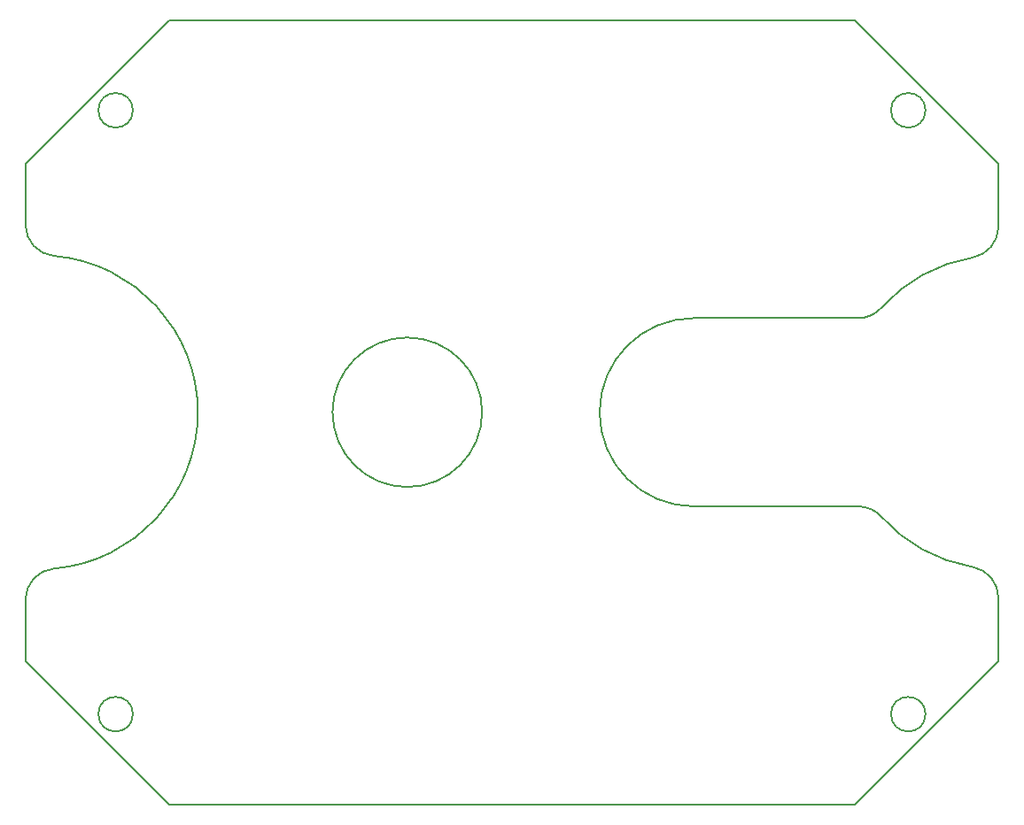
<source format=gbr>
%TF.GenerationSoftware,KiCad,Pcbnew,9.0.0*%
%TF.CreationDate,2025-03-23T18:07:52+01:00*%
%TF.ProjectId,Board_PAMI,426f6172-645f-4504-914d-492e6b696361,V2*%
%TF.SameCoordinates,Original*%
%TF.FileFunction,Profile,NP*%
%FSLAX46Y46*%
G04 Gerber Fmt 4.6, Leading zero omitted, Abs format (unit mm)*
G04 Created by KiCad (PCBNEW 9.0.0) date 2025-03-23 18:07:52*
%MOMM*%
%LPD*%
G01*
G04 APERTURE LIST*
%TA.AperFunction,Profile*%
%ADD10C,0.200000*%
%TD*%
G04 APERTURE END LIST*
D10*
X123705382Y-55294618D02*
X110000000Y-69000000D01*
X112746528Y-77848254D02*
G75*
G02*
X110000019Y-74858980I253472J2989254D01*
G01*
X110000000Y-110730256D02*
X110000000Y-116589236D01*
X200500000Y-107584817D02*
G75*
G02*
X191819655Y-102794620I2500000J14790217D01*
G01*
X196029542Y-121674160D02*
G75*
G02*
X192729542Y-121674160I-1650000J0D01*
G01*
X192729542Y-121674160D02*
G75*
G02*
X196029542Y-121674160I1650000J0D01*
G01*
X120270458Y-63915076D02*
G75*
G02*
X116970458Y-63915076I-1650000J0D01*
G01*
X116970458Y-63915076D02*
G75*
G02*
X120270458Y-63915076I1650000J0D01*
G01*
X110000000Y-69000000D02*
X110000000Y-74858980D01*
X120270458Y-121674160D02*
G75*
G02*
X116970458Y-121674160I-1650000J0D01*
G01*
X116970458Y-121674160D02*
G75*
G02*
X120270458Y-121674160I1650000J0D01*
G01*
X189294618Y-55294618D02*
X123705382Y-55294618D01*
X196029542Y-63915076D02*
G75*
G02*
X192729542Y-63915076I-1650000J0D01*
G01*
X192729542Y-63915076D02*
G75*
G02*
X196029542Y-63915076I1650000J0D01*
G01*
X153650000Y-92794618D02*
G75*
G02*
X139350000Y-92794618I-7150000J0D01*
G01*
X139350000Y-92794618D02*
G75*
G02*
X153650000Y-92794618I7150000J0D01*
G01*
X123705382Y-130294618D02*
X189294618Y-130294618D01*
X203000000Y-116589236D02*
X203000000Y-110542857D01*
X189583600Y-101794616D02*
G75*
G02*
X191819661Y-102794616I0J-2999984D01*
G01*
X203000000Y-75046448D02*
G75*
G02*
X200499990Y-78004357I-2999900J48D01*
G01*
X191819661Y-82794617D02*
G75*
G02*
X189583594Y-83794606I-2236061J2000017D01*
G01*
X173880359Y-83794618D02*
X189583594Y-83794616D01*
X200500000Y-107584817D02*
G75*
G02*
X203000043Y-110542857I-500000J-2958083D01*
G01*
X110000000Y-110730256D02*
G75*
G02*
X112746532Y-107741027I3000000J-44D01*
G01*
X112746528Y-77848254D02*
G75*
G02*
X112746528Y-107740986I-1267358J-14946366D01*
G01*
X189294618Y-130294618D02*
X203000000Y-116589236D01*
X203000000Y-75046448D02*
X203000000Y-69000000D01*
X189583600Y-101794616D02*
X173880361Y-101794618D01*
X173880361Y-101794618D02*
G75*
G02*
X173880359Y-83794622I-1J8999998D01*
G01*
X203000000Y-69000000D02*
X189294618Y-55294618D01*
X191819661Y-82794617D02*
G75*
G02*
X200499999Y-78004413I11180339J-9999983D01*
G01*
X110000000Y-116589236D02*
X123705382Y-130294618D01*
M02*

</source>
